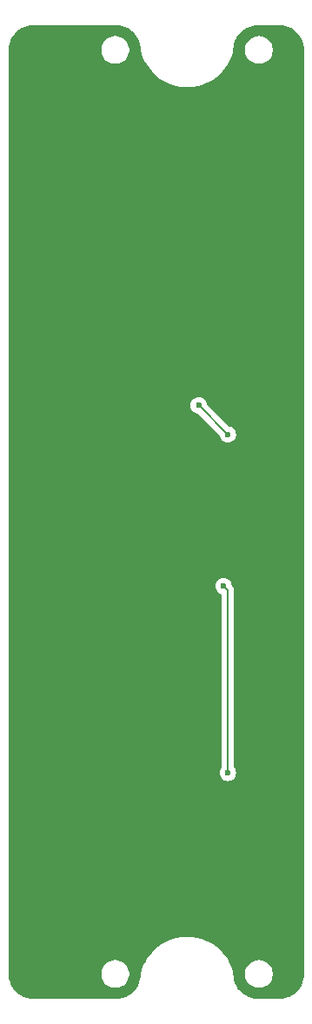
<source format=gbr>
%TF.GenerationSoftware,KiCad,Pcbnew,8.0.3-8.0.3-0~ubuntu22.04.1*%
%TF.CreationDate,2024-10-28T11:00:08+03:00*%
%TF.ProjectId,PM-LED16,504d2d4c-4544-4313-962e-6b696361645f,rev?*%
%TF.SameCoordinates,Original*%
%TF.FileFunction,Copper,L2,Bot*%
%TF.FilePolarity,Positive*%
%FSLAX46Y46*%
G04 Gerber Fmt 4.6, Leading zero omitted, Abs format (unit mm)*
G04 Created by KiCad (PCBNEW 8.0.3-8.0.3-0~ubuntu22.04.1) date 2024-10-28 11:00:08*
%MOMM*%
%LPD*%
G01*
G04 APERTURE LIST*
%TA.AperFunction,ViaPad*%
%ADD10C,0.600000*%
%TD*%
%TA.AperFunction,Conductor*%
%ADD11C,0.200000*%
%TD*%
G04 APERTURE END LIST*
D10*
%TO.N,GND*%
X52131000Y-90360000D03*
X52131000Y-120833500D03*
X52131000Y-80198700D03*
X52131000Y-95440000D03*
X52131000Y-64962600D03*
X72836500Y-75656500D03*
X52380000Y-115757700D03*
X51894500Y-98826800D03*
X52131000Y-125920000D03*
X72801100Y-95309600D03*
X52131000Y-105600000D03*
X52131000Y-130987000D03*
X52131000Y-110680000D03*
X52131000Y-75120000D03*
X75661900Y-115275000D03*
X52131000Y-136065500D03*
X75658100Y-135377300D03*
X52131000Y-59880000D03*
X52131000Y-70017500D03*
X52355000Y-85277500D03*
%TO.N,Net-(J1-Pin_3)*%
X69938100Y-90428100D03*
X72772100Y-93262100D03*
%TO.N,Net-(J3-Pin_9)*%
X72342300Y-108020900D03*
X72764900Y-126223800D03*
%TD*%
D11*
%TO.N,Net-(J1-Pin_3)*%
X72772100Y-93262100D02*
X69938100Y-90428100D01*
%TO.N,Net-(J3-Pin_9)*%
X72342300Y-108020900D02*
X72764900Y-108443500D01*
X72764900Y-108443500D02*
X72764900Y-126223800D01*
%TD*%
%TA.AperFunction,Conductor*%
%TO.N,GND*%
G36*
X61903736Y-53400726D02*
G01*
X62181742Y-53417542D01*
X62196605Y-53419347D01*
X62271845Y-53433135D01*
X62466866Y-53468874D01*
X62481395Y-53472455D01*
X62743713Y-53554197D01*
X62757709Y-53559505D01*
X63008264Y-53672270D01*
X63021522Y-53679228D01*
X63256658Y-53821373D01*
X63268969Y-53829871D01*
X63485261Y-53999324D01*
X63496469Y-54009254D01*
X63690745Y-54203530D01*
X63700675Y-54214738D01*
X63870124Y-54431024D01*
X63878628Y-54443344D01*
X63902452Y-54482753D01*
X64020770Y-54678476D01*
X64027729Y-54691735D01*
X64140494Y-54942290D01*
X64145803Y-54956290D01*
X64227542Y-55218597D01*
X64231126Y-55233137D01*
X64280652Y-55503394D01*
X64282457Y-55518258D01*
X64299156Y-55794318D01*
X64299364Y-55803891D01*
X64298462Y-55857457D01*
X64298694Y-55859475D01*
X64298723Y-55859998D01*
X64298816Y-55860699D01*
X64299067Y-55862735D01*
X64299141Y-55863384D01*
X64299233Y-55863867D01*
X64299499Y-55865887D01*
X64299500Y-55865890D01*
X64299500Y-55865892D01*
X64310324Y-55906287D01*
X64315217Y-55924549D01*
X64315741Y-55926574D01*
X64364025Y-56119755D01*
X64364030Y-56119770D01*
X64497836Y-56506169D01*
X64643180Y-56830109D01*
X64665244Y-56879283D01*
X64864929Y-57236152D01*
X65095336Y-57574002D01*
X65354667Y-57890195D01*
X65640896Y-58182261D01*
X65951790Y-58447920D01*
X65951792Y-58447921D01*
X65951795Y-58447924D01*
X66192764Y-58619487D01*
X66284921Y-58685100D01*
X66284929Y-58685104D01*
X66284931Y-58685106D01*
X66637679Y-58891943D01*
X66637685Y-58891945D01*
X66637687Y-58891947D01*
X67007336Y-59066846D01*
X67007339Y-59066847D01*
X67007341Y-59066848D01*
X67007346Y-59066850D01*
X67390971Y-59208431D01*
X67390990Y-59208437D01*
X67785621Y-59315602D01*
X67785625Y-59315603D01*
X68188190Y-59387517D01*
X68555921Y-59420104D01*
X68595530Y-59423615D01*
X68595531Y-59423615D01*
X69004470Y-59423615D01*
X69040568Y-59420415D01*
X69411810Y-59387517D01*
X69814375Y-59315603D01*
X70209020Y-59208434D01*
X70592664Y-59066846D01*
X70962313Y-58891947D01*
X71315079Y-58685100D01*
X71648210Y-58447920D01*
X71959104Y-58182261D01*
X72245333Y-57890195D01*
X72504664Y-57574002D01*
X72735071Y-57236152D01*
X72934756Y-56879283D01*
X73102159Y-56506180D01*
X73167181Y-56318414D01*
X73235967Y-56119777D01*
X73235969Y-56119770D01*
X73235974Y-56119756D01*
X73284272Y-55926514D01*
X73284782Y-55924549D01*
X73300500Y-55865892D01*
X73300500Y-55865886D01*
X73300764Y-55863882D01*
X73300854Y-55863408D01*
X73300924Y-55862801D01*
X73301187Y-55860665D01*
X73301276Y-55859983D01*
X73301306Y-55859474D01*
X73301534Y-55857475D01*
X73301537Y-55857464D01*
X73300634Y-55803871D01*
X73300841Y-55794339D01*
X73306928Y-55693713D01*
X74449500Y-55693713D01*
X74449500Y-55906287D01*
X74482754Y-56116243D01*
X74483902Y-56119777D01*
X74548444Y-56318414D01*
X74644951Y-56507820D01*
X74769890Y-56679786D01*
X74920213Y-56830109D01*
X75092179Y-56955048D01*
X75092181Y-56955049D01*
X75092184Y-56955051D01*
X75281588Y-57051557D01*
X75483757Y-57117246D01*
X75693713Y-57150500D01*
X75693714Y-57150500D01*
X75906286Y-57150500D01*
X75906287Y-57150500D01*
X76116243Y-57117246D01*
X76318412Y-57051557D01*
X76507816Y-56955051D01*
X76612097Y-56879287D01*
X76679786Y-56830109D01*
X76679788Y-56830106D01*
X76679792Y-56830104D01*
X76830104Y-56679792D01*
X76830106Y-56679788D01*
X76830109Y-56679786D01*
X76955048Y-56507820D01*
X76955047Y-56507820D01*
X76955051Y-56507816D01*
X77051557Y-56318412D01*
X77117246Y-56116243D01*
X77150500Y-55906287D01*
X77150500Y-55693713D01*
X77117246Y-55483757D01*
X77051557Y-55281588D01*
X76955051Y-55092184D01*
X76955049Y-55092181D01*
X76955048Y-55092179D01*
X76830109Y-54920213D01*
X76679786Y-54769890D01*
X76507820Y-54644951D01*
X76318414Y-54548444D01*
X76318413Y-54548443D01*
X76318412Y-54548443D01*
X76116243Y-54482754D01*
X76116241Y-54482753D01*
X76116240Y-54482753D01*
X75954957Y-54457208D01*
X75906287Y-54449500D01*
X75693713Y-54449500D01*
X75645042Y-54457208D01*
X75483760Y-54482753D01*
X75281585Y-54548444D01*
X75092179Y-54644951D01*
X74920213Y-54769890D01*
X74769890Y-54920213D01*
X74644951Y-55092179D01*
X74548444Y-55281585D01*
X74482753Y-55483760D01*
X74460892Y-55621787D01*
X74449500Y-55693713D01*
X73306928Y-55693713D01*
X73317542Y-55518253D01*
X73319347Y-55503394D01*
X73322946Y-55483757D01*
X73368874Y-55233129D01*
X73372454Y-55218608D01*
X73454199Y-54956281D01*
X73459501Y-54942298D01*
X73572273Y-54691728D01*
X73579224Y-54678483D01*
X73721378Y-54443333D01*
X73729865Y-54431037D01*
X73899331Y-54214729D01*
X73909246Y-54203538D01*
X74103538Y-54009246D01*
X74114729Y-53999331D01*
X74331037Y-53829865D01*
X74343333Y-53821378D01*
X74578483Y-53679224D01*
X74591728Y-53672273D01*
X74842298Y-53559501D01*
X74856281Y-53554199D01*
X75118608Y-53472454D01*
X75133129Y-53468874D01*
X75403395Y-53419346D01*
X75418255Y-53417542D01*
X75696264Y-53400726D01*
X75703751Y-53400500D01*
X75765892Y-53400500D01*
X77734108Y-53400500D01*
X77796249Y-53400500D01*
X77803736Y-53400726D01*
X78081742Y-53417542D01*
X78096605Y-53419347D01*
X78171845Y-53433135D01*
X78366866Y-53468874D01*
X78381395Y-53472455D01*
X78643713Y-53554197D01*
X78657709Y-53559505D01*
X78908264Y-53672270D01*
X78921522Y-53679228D01*
X79156658Y-53821373D01*
X79168969Y-53829871D01*
X79385261Y-53999324D01*
X79396469Y-54009254D01*
X79590745Y-54203530D01*
X79600675Y-54214738D01*
X79770124Y-54431024D01*
X79778628Y-54443344D01*
X79802452Y-54482753D01*
X79920770Y-54678476D01*
X79927729Y-54691735D01*
X80040494Y-54942290D01*
X80045803Y-54956290D01*
X80127542Y-55218597D01*
X80131126Y-55233137D01*
X80180652Y-55503394D01*
X80182457Y-55518258D01*
X80199274Y-55796263D01*
X80199500Y-55803750D01*
X80199500Y-145796249D01*
X80199274Y-145803736D01*
X80182457Y-146081741D01*
X80180652Y-146096605D01*
X80131126Y-146366862D01*
X80127542Y-146381402D01*
X80045803Y-146643709D01*
X80040494Y-146657709D01*
X79927729Y-146908264D01*
X79920770Y-146921523D01*
X79778630Y-147156652D01*
X79770124Y-147168975D01*
X79600675Y-147385261D01*
X79590745Y-147396469D01*
X79396469Y-147590745D01*
X79385261Y-147600675D01*
X79168975Y-147770124D01*
X79156652Y-147778630D01*
X78921523Y-147920770D01*
X78908264Y-147927729D01*
X78657709Y-148040494D01*
X78643709Y-148045803D01*
X78381402Y-148127542D01*
X78366862Y-148131126D01*
X78096605Y-148180652D01*
X78081741Y-148182457D01*
X77803736Y-148199274D01*
X77796249Y-148199500D01*
X75703751Y-148199500D01*
X75696264Y-148199274D01*
X75418258Y-148182457D01*
X75403394Y-148180652D01*
X75133137Y-148131126D01*
X75118597Y-148127542D01*
X74856290Y-148045803D01*
X74842290Y-148040494D01*
X74591735Y-147927729D01*
X74578476Y-147920770D01*
X74343347Y-147778630D01*
X74331024Y-147770124D01*
X74114738Y-147600675D01*
X74103530Y-147590745D01*
X73909254Y-147396469D01*
X73899324Y-147385261D01*
X73729875Y-147168975D01*
X73721373Y-147156658D01*
X73579228Y-146921522D01*
X73572270Y-146908264D01*
X73459504Y-146657706D01*
X73454196Y-146643709D01*
X73372457Y-146381402D01*
X73368873Y-146366862D01*
X73359994Y-146318412D01*
X73319347Y-146096605D01*
X73317542Y-146081742D01*
X73317542Y-146081741D01*
X73300841Y-145805660D01*
X73300634Y-145796126D01*
X73301537Y-145742536D01*
X73301537Y-145742534D01*
X73301537Y-145742532D01*
X73301306Y-145740516D01*
X73301277Y-145740010D01*
X73301187Y-145739326D01*
X73300930Y-145737239D01*
X73300858Y-145736616D01*
X73300766Y-145736129D01*
X73300500Y-145734110D01*
X73300500Y-145734108D01*
X73289675Y-145693713D01*
X74449500Y-145693713D01*
X74449500Y-145906286D01*
X74482753Y-146116239D01*
X74548444Y-146318414D01*
X74644951Y-146507820D01*
X74769890Y-146679786D01*
X74920213Y-146830109D01*
X75092179Y-146955048D01*
X75092181Y-146955049D01*
X75092184Y-146955051D01*
X75281588Y-147051557D01*
X75483757Y-147117246D01*
X75693713Y-147150500D01*
X75693714Y-147150500D01*
X75906286Y-147150500D01*
X75906287Y-147150500D01*
X76116243Y-147117246D01*
X76318412Y-147051557D01*
X76507816Y-146955051D01*
X76572213Y-146908264D01*
X76679786Y-146830109D01*
X76679788Y-146830106D01*
X76679792Y-146830104D01*
X76830104Y-146679792D01*
X76830106Y-146679788D01*
X76830109Y-146679786D01*
X76955048Y-146507820D01*
X76955047Y-146507820D01*
X76955051Y-146507816D01*
X77051557Y-146318412D01*
X77117246Y-146116243D01*
X77150500Y-145906287D01*
X77150500Y-145693713D01*
X77117246Y-145483757D01*
X77051557Y-145281588D01*
X76955051Y-145092184D01*
X76955049Y-145092181D01*
X76955048Y-145092179D01*
X76830109Y-144920213D01*
X76679786Y-144769890D01*
X76507820Y-144644951D01*
X76318414Y-144548444D01*
X76318413Y-144548443D01*
X76318412Y-144548443D01*
X76116243Y-144482754D01*
X76116241Y-144482753D01*
X76116240Y-144482753D01*
X75954957Y-144457208D01*
X75906287Y-144449500D01*
X75693713Y-144449500D01*
X75645042Y-144457208D01*
X75483760Y-144482753D01*
X75281585Y-144548444D01*
X75092179Y-144644951D01*
X74920213Y-144769890D01*
X74769890Y-144920213D01*
X74644951Y-145092179D01*
X74548444Y-145281585D01*
X74482753Y-145483760D01*
X74449500Y-145693713D01*
X73289675Y-145693713D01*
X73284772Y-145675415D01*
X73284250Y-145673394D01*
X73235974Y-145480244D01*
X73235969Y-145480229D01*
X73235967Y-145480222D01*
X73102163Y-145093830D01*
X73101424Y-145092184D01*
X72934756Y-144720717D01*
X72735071Y-144363848D01*
X72504664Y-144025998D01*
X72245333Y-143709805D01*
X71959104Y-143417739D01*
X71648210Y-143152080D01*
X71648207Y-143152078D01*
X71648204Y-143152075D01*
X71315089Y-142914907D01*
X71315068Y-142914893D01*
X70962320Y-142708056D01*
X70592658Y-142533151D01*
X70592653Y-142533149D01*
X70209028Y-142391568D01*
X70209009Y-142391562D01*
X69814378Y-142284397D01*
X69814372Y-142284396D01*
X69411811Y-142212483D01*
X69004470Y-142176385D01*
X69004469Y-142176385D01*
X68595531Y-142176385D01*
X68595530Y-142176385D01*
X68188188Y-142212483D01*
X67785627Y-142284396D01*
X67785621Y-142284397D01*
X67390990Y-142391562D01*
X67390971Y-142391568D01*
X67007346Y-142533149D01*
X67007341Y-142533151D01*
X66637679Y-142708056D01*
X66284931Y-142914893D01*
X66284910Y-142914907D01*
X65951795Y-143152075D01*
X65951785Y-143152084D01*
X65640895Y-143417739D01*
X65354676Y-143709795D01*
X65354660Y-143709813D01*
X65095343Y-144025988D01*
X65095329Y-144026007D01*
X64864935Y-144363838D01*
X64864931Y-144363844D01*
X64864929Y-144363848D01*
X64761639Y-144548444D01*
X64665247Y-144720712D01*
X64665240Y-144720724D01*
X64497836Y-145093830D01*
X64364030Y-145480229D01*
X64364027Y-145480239D01*
X64315740Y-145673425D01*
X64315217Y-145675446D01*
X64299499Y-145734113D01*
X64299233Y-145736134D01*
X64299139Y-145736628D01*
X64299062Y-145737301D01*
X64298816Y-145739298D01*
X64298723Y-145740005D01*
X64298694Y-145740515D01*
X64298462Y-145742534D01*
X64299364Y-145796107D01*
X64299156Y-145805680D01*
X64282457Y-146081741D01*
X64280652Y-146096605D01*
X64231126Y-146366862D01*
X64227542Y-146381402D01*
X64145803Y-146643709D01*
X64140494Y-146657709D01*
X64027729Y-146908264D01*
X64020770Y-146921523D01*
X63878630Y-147156652D01*
X63870124Y-147168975D01*
X63700675Y-147385261D01*
X63690745Y-147396469D01*
X63496469Y-147590745D01*
X63485261Y-147600675D01*
X63268975Y-147770124D01*
X63256652Y-147778630D01*
X63021523Y-147920770D01*
X63008264Y-147927729D01*
X62757709Y-148040494D01*
X62743709Y-148045803D01*
X62481402Y-148127542D01*
X62466862Y-148131126D01*
X62196605Y-148180652D01*
X62181741Y-148182457D01*
X61903736Y-148199274D01*
X61896249Y-148199500D01*
X53803751Y-148199500D01*
X53796264Y-148199274D01*
X53518258Y-148182457D01*
X53503394Y-148180652D01*
X53233137Y-148131126D01*
X53218597Y-148127542D01*
X52956290Y-148045803D01*
X52942290Y-148040494D01*
X52691735Y-147927729D01*
X52678476Y-147920770D01*
X52443347Y-147778630D01*
X52431024Y-147770124D01*
X52214738Y-147600675D01*
X52203530Y-147590745D01*
X52009254Y-147396469D01*
X51999324Y-147385261D01*
X51829875Y-147168975D01*
X51821373Y-147156658D01*
X51679228Y-146921522D01*
X51672270Y-146908264D01*
X51559504Y-146657706D01*
X51554196Y-146643709D01*
X51472457Y-146381402D01*
X51468873Y-146366862D01*
X51459994Y-146318412D01*
X51419347Y-146096605D01*
X51417542Y-146081741D01*
X51400726Y-145803736D01*
X51400500Y-145796249D01*
X51400500Y-145693713D01*
X60449500Y-145693713D01*
X60449500Y-145906286D01*
X60482753Y-146116239D01*
X60548444Y-146318414D01*
X60644951Y-146507820D01*
X60769890Y-146679786D01*
X60920213Y-146830109D01*
X61092179Y-146955048D01*
X61092181Y-146955049D01*
X61092184Y-146955051D01*
X61281588Y-147051557D01*
X61483757Y-147117246D01*
X61693713Y-147150500D01*
X61693714Y-147150500D01*
X61906286Y-147150500D01*
X61906287Y-147150500D01*
X62116243Y-147117246D01*
X62318412Y-147051557D01*
X62507816Y-146955051D01*
X62572213Y-146908264D01*
X62679786Y-146830109D01*
X62679788Y-146830106D01*
X62679792Y-146830104D01*
X62830104Y-146679792D01*
X62830106Y-146679788D01*
X62830109Y-146679786D01*
X62955048Y-146507820D01*
X62955047Y-146507820D01*
X62955051Y-146507816D01*
X63051557Y-146318412D01*
X63117246Y-146116243D01*
X63150500Y-145906287D01*
X63150500Y-145693713D01*
X63117246Y-145483757D01*
X63051557Y-145281588D01*
X62955051Y-145092184D01*
X62955049Y-145092181D01*
X62955048Y-145092179D01*
X62830109Y-144920213D01*
X62679786Y-144769890D01*
X62507820Y-144644951D01*
X62318414Y-144548444D01*
X62318413Y-144548443D01*
X62318412Y-144548443D01*
X62116243Y-144482754D01*
X62116241Y-144482753D01*
X62116240Y-144482753D01*
X61954957Y-144457208D01*
X61906287Y-144449500D01*
X61693713Y-144449500D01*
X61645042Y-144457208D01*
X61483760Y-144482753D01*
X61281585Y-144548444D01*
X61092179Y-144644951D01*
X60920213Y-144769890D01*
X60769890Y-144920213D01*
X60644951Y-145092179D01*
X60548444Y-145281585D01*
X60482753Y-145483760D01*
X60449500Y-145693713D01*
X51400500Y-145693713D01*
X51400500Y-108020896D01*
X71536735Y-108020896D01*
X71536735Y-108020903D01*
X71556930Y-108200149D01*
X71556931Y-108200154D01*
X71616511Y-108370423D01*
X71712104Y-108522558D01*
X71712484Y-108523162D01*
X71840038Y-108650716D01*
X71992778Y-108746689D01*
X72081354Y-108777683D01*
X72138130Y-108818405D01*
X72163878Y-108883357D01*
X72164400Y-108894725D01*
X72164400Y-125641387D01*
X72144715Y-125708426D01*
X72137350Y-125718696D01*
X72135086Y-125721534D01*
X72039111Y-125874276D01*
X71979531Y-126044545D01*
X71979530Y-126044550D01*
X71959335Y-126223796D01*
X71959335Y-126223803D01*
X71979530Y-126403049D01*
X71979531Y-126403054D01*
X72039111Y-126573323D01*
X72135084Y-126726062D01*
X72262638Y-126853616D01*
X72415378Y-126949589D01*
X72585645Y-127009168D01*
X72585650Y-127009169D01*
X72764896Y-127029365D01*
X72764900Y-127029365D01*
X72764904Y-127029365D01*
X72944149Y-127009169D01*
X72944152Y-127009168D01*
X72944155Y-127009168D01*
X73114422Y-126949589D01*
X73267162Y-126853616D01*
X73394716Y-126726062D01*
X73490689Y-126573322D01*
X73550268Y-126403055D01*
X73570465Y-126223800D01*
X73550268Y-126044545D01*
X73490689Y-125874278D01*
X73394716Y-125721538D01*
X73394714Y-125721536D01*
X73394713Y-125721534D01*
X73392450Y-125718696D01*
X73391559Y-125716515D01*
X73391011Y-125715642D01*
X73391164Y-125715545D01*
X73366044Y-125654009D01*
X73365400Y-125641387D01*
X73365400Y-108532560D01*
X73365401Y-108532547D01*
X73365401Y-108364444D01*
X73324476Y-108211714D01*
X73324473Y-108211709D01*
X73245424Y-108074790D01*
X73245418Y-108074782D01*
X73173000Y-108002364D01*
X73139515Y-107941041D01*
X73137463Y-107928584D01*
X73127668Y-107841645D01*
X73068089Y-107671378D01*
X72972116Y-107518638D01*
X72844562Y-107391084D01*
X72691823Y-107295111D01*
X72521554Y-107235531D01*
X72521549Y-107235530D01*
X72342304Y-107215335D01*
X72342296Y-107215335D01*
X72163050Y-107235530D01*
X72163045Y-107235531D01*
X71992776Y-107295111D01*
X71840037Y-107391084D01*
X71712484Y-107518637D01*
X71616511Y-107671376D01*
X71556931Y-107841645D01*
X71556930Y-107841650D01*
X71536735Y-108020896D01*
X51400500Y-108020896D01*
X51400500Y-90428096D01*
X69132535Y-90428096D01*
X69132535Y-90428103D01*
X69152730Y-90607349D01*
X69152731Y-90607354D01*
X69212311Y-90777623D01*
X69308284Y-90930362D01*
X69435838Y-91057916D01*
X69588578Y-91153889D01*
X69758845Y-91213468D01*
X69845769Y-91223261D01*
X69910180Y-91250326D01*
X69919565Y-91258800D01*
X71941398Y-93280633D01*
X71974883Y-93341956D01*
X71976937Y-93354430D01*
X71986730Y-93441349D01*
X72046310Y-93611621D01*
X72142284Y-93764362D01*
X72269838Y-93891916D01*
X72422578Y-93987889D01*
X72592845Y-94047468D01*
X72592850Y-94047469D01*
X72772096Y-94067665D01*
X72772100Y-94067665D01*
X72772104Y-94067665D01*
X72951349Y-94047469D01*
X72951352Y-94047468D01*
X72951355Y-94047468D01*
X73121622Y-93987889D01*
X73274362Y-93891916D01*
X73401916Y-93764362D01*
X73497889Y-93611622D01*
X73557468Y-93441355D01*
X73567262Y-93354430D01*
X73577665Y-93262103D01*
X73577665Y-93262096D01*
X73557469Y-93082850D01*
X73557468Y-93082845D01*
X73497888Y-92912576D01*
X73401915Y-92759837D01*
X73274362Y-92632284D01*
X73121621Y-92536310D01*
X72951349Y-92476730D01*
X72864430Y-92466937D01*
X72800016Y-92439870D01*
X72790633Y-92431398D01*
X70768800Y-90409565D01*
X70735315Y-90348242D01*
X70733263Y-90335786D01*
X70723468Y-90248845D01*
X70663889Y-90078578D01*
X70567916Y-89925838D01*
X70440362Y-89798284D01*
X70287623Y-89702311D01*
X70117354Y-89642731D01*
X70117349Y-89642730D01*
X69938104Y-89622535D01*
X69938096Y-89622535D01*
X69758850Y-89642730D01*
X69758845Y-89642731D01*
X69588576Y-89702311D01*
X69435837Y-89798284D01*
X69308284Y-89925837D01*
X69212311Y-90078576D01*
X69152731Y-90248845D01*
X69152730Y-90248850D01*
X69132535Y-90428096D01*
X51400500Y-90428096D01*
X51400500Y-55803750D01*
X51400726Y-55796263D01*
X51406929Y-55693713D01*
X60449500Y-55693713D01*
X60449500Y-55906287D01*
X60482754Y-56116243D01*
X60483902Y-56119777D01*
X60548444Y-56318414D01*
X60644951Y-56507820D01*
X60769890Y-56679786D01*
X60920213Y-56830109D01*
X61092179Y-56955048D01*
X61092181Y-56955049D01*
X61092184Y-56955051D01*
X61281588Y-57051557D01*
X61483757Y-57117246D01*
X61693713Y-57150500D01*
X61693714Y-57150500D01*
X61906286Y-57150500D01*
X61906287Y-57150500D01*
X62116243Y-57117246D01*
X62318412Y-57051557D01*
X62507816Y-56955051D01*
X62612097Y-56879287D01*
X62679786Y-56830109D01*
X62679788Y-56830106D01*
X62679792Y-56830104D01*
X62830104Y-56679792D01*
X62830106Y-56679788D01*
X62830109Y-56679786D01*
X62955048Y-56507820D01*
X62955047Y-56507820D01*
X62955051Y-56507816D01*
X63051557Y-56318412D01*
X63117246Y-56116243D01*
X63150500Y-55906287D01*
X63150500Y-55693713D01*
X63117246Y-55483757D01*
X63051557Y-55281588D01*
X62955051Y-55092184D01*
X62955049Y-55092181D01*
X62955048Y-55092179D01*
X62830109Y-54920213D01*
X62679786Y-54769890D01*
X62507820Y-54644951D01*
X62318414Y-54548444D01*
X62318413Y-54548443D01*
X62318412Y-54548443D01*
X62116243Y-54482754D01*
X62116241Y-54482753D01*
X62116240Y-54482753D01*
X61954957Y-54457208D01*
X61906287Y-54449500D01*
X61693713Y-54449500D01*
X61645042Y-54457208D01*
X61483760Y-54482753D01*
X61281585Y-54548444D01*
X61092179Y-54644951D01*
X60920213Y-54769890D01*
X60769890Y-54920213D01*
X60644951Y-55092179D01*
X60548444Y-55281585D01*
X60482753Y-55483760D01*
X60460892Y-55621787D01*
X60449500Y-55693713D01*
X51406929Y-55693713D01*
X51417542Y-55518258D01*
X51419347Y-55503394D01*
X51422946Y-55483757D01*
X51468874Y-55233129D01*
X51472454Y-55218608D01*
X51554199Y-54956281D01*
X51559501Y-54942298D01*
X51672273Y-54691728D01*
X51679224Y-54678483D01*
X51821378Y-54443333D01*
X51829865Y-54431037D01*
X51999331Y-54214729D01*
X52009246Y-54203538D01*
X52203538Y-54009246D01*
X52214729Y-53999331D01*
X52431037Y-53829865D01*
X52443333Y-53821378D01*
X52678483Y-53679224D01*
X52691728Y-53672273D01*
X52942298Y-53559501D01*
X52956281Y-53554199D01*
X53218608Y-53472454D01*
X53233129Y-53468874D01*
X53503395Y-53419346D01*
X53518255Y-53417542D01*
X53796264Y-53400726D01*
X53803751Y-53400500D01*
X53865892Y-53400500D01*
X61834108Y-53400500D01*
X61896249Y-53400500D01*
X61903736Y-53400726D01*
G37*
%TD.AperFunction*%
%TD*%
M02*

</source>
